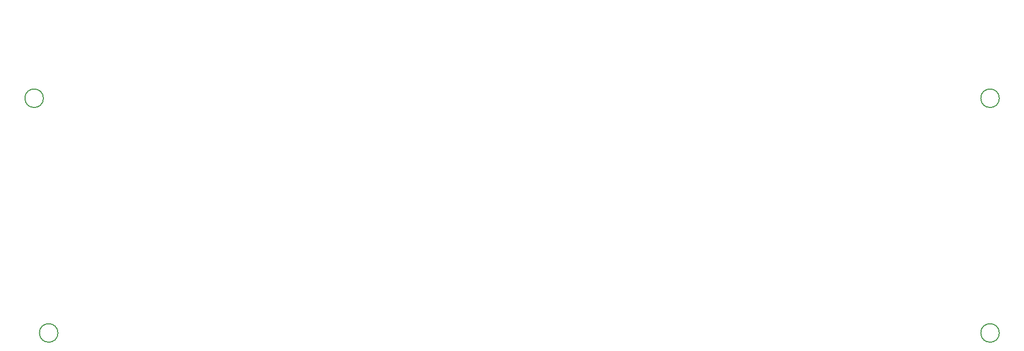
<source format=gbr>
%TF.GenerationSoftware,KiCad,Pcbnew,(6.0.4)*%
%TF.CreationDate,2022-03-28T09:41:55-07:00*%
%TF.ProjectId,Electrolytes,456c6563-7472-46f6-9c79-7465732e6b69,rev?*%
%TF.SameCoordinates,Original*%
%TF.FileFunction,Legend,Top*%
%TF.FilePolarity,Positive*%
%FSLAX46Y46*%
G04 Gerber Fmt 4.6, Leading zero omitted, Abs format (unit mm)*
G04 Created by KiCad (PCBNEW (6.0.4)) date 2022-03-28 09:41:55*
%MOMM*%
%LPD*%
G01*
G04 APERTURE LIST*
%ADD10C,0.150000*%
%ADD11R,1.752600X1.752600*%
%ADD12C,1.752600*%
%ADD13O,1.700000X1.700000*%
%ADD14R,1.700000X1.700000*%
%ADD15C,1.750000*%
%ADD16C,3.987800*%
%ADD17C,2.200000*%
%ADD18C,3.048000*%
%ADD19R,2.000000X2.000000*%
%ADD20C,2.000000*%
G04 APERTURE END LIST*
D10*
X201289750Y-83660750D02*
G75*
G03*
X201289750Y-83660750I-1500000J0D01*
G01*
X48889750Y-83660750D02*
G75*
G03*
X48889750Y-83660750I-1500000J0D01*
G01*
X46533750Y-45560750D02*
G75*
G03*
X46533750Y-45560750I-1500000J0D01*
G01*
X201289750Y-45560750D02*
G75*
G03*
X201289750Y-45560750I-1500000J0D01*
G01*
D11*
%TO.C,U1*%
X49294750Y-31869750D03*
D12*
X49294750Y-34409750D03*
X49294750Y-36949750D03*
X49294750Y-39489750D03*
X49294750Y-42029750D03*
X49294750Y-44569750D03*
X49294750Y-47109750D03*
X49294750Y-49649750D03*
X49294750Y-52189750D03*
X49294750Y-54729750D03*
X49294750Y-57269750D03*
X49294750Y-59809750D03*
X64534750Y-59809750D03*
X64534750Y-57269750D03*
X64534750Y-54729750D03*
X64534750Y-52189750D03*
X64534750Y-49649750D03*
X64534750Y-47109750D03*
X64534750Y-44569750D03*
X64534750Y-42029750D03*
X64534750Y-39489750D03*
X64534750Y-36949750D03*
X64534750Y-34409750D03*
X64534750Y-31869750D03*
%TD*%
%LPC*%
D13*
%TO.C,J3*%
X83949750Y-31869750D03*
D14*
X86489750Y-31869750D03*
%TD*%
D15*
%TO.C,MX3-1_0*%
X51834750Y-93185750D03*
X61994750Y-93185750D03*
D16*
X56914750Y-93185750D03*
%TD*%
%TO.C,MX7-2_5*%
X173596000Y-93185750D03*
D15*
X168516000Y-93185750D03*
X178676000Y-93185750D03*
%TD*%
%TO.C,MX4-3*%
X157244750Y-36035750D03*
D16*
X152164750Y-36035750D03*
D15*
X147084750Y-36035750D03*
%TD*%
%TO.C,MX5-1*%
X195344750Y-55085750D03*
X185184750Y-55085750D03*
D16*
X190264750Y-55085750D03*
%TD*%
D15*
%TO.C,MX3-0_0*%
X32784750Y-93185750D03*
D16*
X37864750Y-93185750D03*
D15*
X42944750Y-93185750D03*
%TD*%
D16*
%TO.C,MX5-0*%
X209314750Y-55085750D03*
D15*
X214394750Y-55085750D03*
X204234750Y-55085750D03*
%TD*%
D17*
%TO.C,H4*%
X199789750Y-83660750D03*
%TD*%
%TO.C,H3*%
X47389750Y-83660750D03*
%TD*%
D15*
%TO.C,MX6-0*%
X204234750Y-74135750D03*
X214394750Y-74135750D03*
D16*
X209314750Y-74135750D03*
%TD*%
%TO.C,MX0-4*%
X114064750Y-36035750D03*
D15*
X119144750Y-36035750D03*
X108984750Y-36035750D03*
%TD*%
D16*
%TO.C,MX1-3*%
X95014750Y-55085750D03*
D15*
X89934750Y-55085750D03*
X100094750Y-55085750D03*
%TD*%
D17*
%TO.C,H1*%
X45033750Y-45560750D03*
%TD*%
%TO.C,H2*%
X199789750Y-45560750D03*
%TD*%
D14*
%TO.C,J2*%
X216737500Y-96885750D03*
D13*
X216737500Y-94345750D03*
X216737500Y-91805750D03*
X216737500Y-89265750D03*
%TD*%
D15*
%TO.C,MX2-4*%
X108984750Y-74135750D03*
X119144750Y-74135750D03*
D16*
X114064750Y-74135750D03*
%TD*%
D15*
%TO.C,MX7-0_0*%
X214394750Y-93185750D03*
X204234750Y-93185750D03*
D16*
X209314750Y-93185750D03*
%TD*%
%TO.C,MX3-4_4*%
X173589650Y-84930750D03*
D15*
X128669750Y-93185750D03*
D16*
X73589850Y-84930750D03*
X123589750Y-93185750D03*
D18*
X173589650Y-100170750D03*
X73589850Y-100170750D03*
D15*
X118509750Y-93185750D03*
%TD*%
%TO.C,MX7-2_0*%
X166134750Y-93185750D03*
D16*
X171214750Y-93185750D03*
D15*
X176294750Y-93185750D03*
%TD*%
%TO.C,MX7-2_6*%
X181057250Y-93185750D03*
X170897250Y-93185750D03*
D16*
X175977250Y-93185750D03*
%TD*%
%TO.C,MX4-4*%
X133114750Y-36035750D03*
D15*
X138194750Y-36035750D03*
X128034750Y-36035750D03*
%TD*%
%TO.C,MX0-1*%
X61994750Y-36035750D03*
X51834750Y-36035750D03*
D16*
X56914750Y-36035750D03*
%TD*%
D15*
%TO.C,MX7-1_6*%
X202488500Y-93185750D03*
D16*
X197408500Y-93185750D03*
D15*
X192328500Y-93185750D03*
%TD*%
D16*
%TO.C,MX7-3_1*%
X171214750Y-84930750D03*
D18*
X171214750Y-100170750D03*
D16*
X152164750Y-93185750D03*
D18*
X133114750Y-100170750D03*
D15*
X147084750Y-93185750D03*
X157244750Y-93185750D03*
D16*
X133114750Y-84930750D03*
%TD*%
%TO.C,MX7-4_0*%
X154546000Y-84930750D03*
X142639750Y-93185750D03*
X130733500Y-84930750D03*
D15*
X147719750Y-93185750D03*
D18*
X130733500Y-100170750D03*
D15*
X137559750Y-93185750D03*
D18*
X154546000Y-100170750D03*
%TD*%
D16*
%TO.C,MX1-2*%
X75964750Y-55085750D03*
D15*
X70884750Y-55085750D03*
X81044750Y-55085750D03*
%TD*%
%TO.C,MX1-4*%
X119144750Y-55085750D03*
D16*
X114064750Y-55085750D03*
D15*
X108984750Y-55085750D03*
%TD*%
%TO.C,MX3-0_4*%
X35166000Y-93185750D03*
X45326000Y-93185750D03*
D16*
X40246000Y-93185750D03*
%TD*%
D15*
%TO.C,MX3-1_6*%
X54851000Y-93185750D03*
X44691000Y-93185750D03*
D16*
X49771000Y-93185750D03*
%TD*%
D15*
%TO.C,MX2-3*%
X89934750Y-74135750D03*
D16*
X95014750Y-74135750D03*
D15*
X100094750Y-74135750D03*
%TD*%
D16*
%TO.C,MX2-1*%
X56914750Y-74135750D03*
D15*
X61994750Y-74135750D03*
X51834750Y-74135750D03*
%TD*%
D16*
%TO.C,MX7-0_4*%
X206933500Y-93185750D03*
D15*
X212013500Y-93185750D03*
X201853500Y-93185750D03*
%TD*%
%TO.C,MX1-0*%
X32784750Y-55085750D03*
D16*
X37864750Y-55085750D03*
D15*
X42944750Y-55085750D03*
%TD*%
D11*
%TO.C,U1*%
X49294750Y-31869750D03*
D12*
X49294750Y-34409750D03*
X49294750Y-36949750D03*
X49294750Y-39489750D03*
X49294750Y-42029750D03*
X49294750Y-44569750D03*
X49294750Y-47109750D03*
X49294750Y-49649750D03*
X49294750Y-52189750D03*
X49294750Y-54729750D03*
X49294750Y-57269750D03*
X49294750Y-59809750D03*
X64534750Y-59809750D03*
X64534750Y-57269750D03*
X64534750Y-54729750D03*
X64534750Y-52189750D03*
X64534750Y-49649750D03*
X64534750Y-47109750D03*
X64534750Y-44569750D03*
X64534750Y-42029750D03*
X64534750Y-39489750D03*
X64534750Y-36949750D03*
X64534750Y-34409750D03*
X64534750Y-31869750D03*
%TD*%
D15*
%TO.C,MX5-3*%
X147084750Y-55085750D03*
X157244750Y-55085750D03*
D16*
X152164750Y-55085750D03*
%TD*%
%TO.C,MX7-1_0*%
X190264750Y-93185750D03*
D15*
X185184750Y-93185750D03*
X195344750Y-93185750D03*
%TD*%
%TO.C,MX4-1*%
X195344750Y-36035750D03*
D16*
X190264750Y-36035750D03*
D15*
X185184750Y-36035750D03*
%TD*%
D16*
%TO.C,MX7-0_3*%
X204552250Y-93185750D03*
D15*
X199472250Y-93185750D03*
X209632250Y-93185750D03*
%TD*%
D14*
%TO.C,J1*%
X216483500Y-62085750D03*
D13*
X216483500Y-64625750D03*
X216483500Y-67165750D03*
%TD*%
D15*
%TO.C,MX7-4_5*%
X139941000Y-93185750D03*
D18*
X133114750Y-100170750D03*
X156927250Y-100170750D03*
D15*
X150101000Y-93185750D03*
D16*
X156927250Y-84930750D03*
X133114750Y-84930750D03*
X145021000Y-93185750D03*
%TD*%
D15*
%TO.C,MX2-2*%
X70884750Y-74135750D03*
X81044750Y-74135750D03*
D16*
X75964750Y-74135750D03*
%TD*%
%TO.C,MX4-0*%
X209314750Y-36035750D03*
D15*
X204234750Y-36035750D03*
X214394750Y-36035750D03*
%TD*%
%TO.C,MX2-0*%
X42944750Y-74135750D03*
X32784750Y-74135750D03*
D16*
X37864750Y-74135750D03*
%TD*%
D15*
%TO.C,MX3-3_1*%
X100094750Y-93185750D03*
D16*
X95014750Y-93185750D03*
X75964750Y-84930750D03*
X114064750Y-84930750D03*
D18*
X114064750Y-100170750D03*
D15*
X89934750Y-93185750D03*
D18*
X75964750Y-100170750D03*
%TD*%
D15*
%TO.C,MX5-4*%
X138194750Y-55085750D03*
X128034750Y-55085750D03*
D16*
X133114750Y-55085750D03*
%TD*%
D15*
%TO.C,MX3-2_0*%
X81044750Y-93185750D03*
X70884750Y-93185750D03*
D16*
X75964750Y-93185750D03*
%TD*%
D15*
%TO.C,MX0-2*%
X81044750Y-36035750D03*
D16*
X75964750Y-36035750D03*
D15*
X70884750Y-36035750D03*
%TD*%
D14*
%TO.C,R1*%
X70925000Y-45560750D03*
D13*
X68385000Y-45560750D03*
%TD*%
D15*
%TO.C,MX3-2_6*%
X76282250Y-93185750D03*
D16*
X71202250Y-93185750D03*
D15*
X66122250Y-93185750D03*
%TD*%
D16*
%TO.C,MX1-1*%
X56914750Y-55085750D03*
D15*
X61994750Y-55085750D03*
X51834750Y-55085750D03*
%TD*%
D16*
%TO.C,MX7-4_8*%
X133114750Y-93185750D03*
D15*
X138194750Y-93185750D03*
X128034750Y-93185750D03*
%TD*%
%TO.C,MX3-4_2*%
X118509750Y-93185750D03*
D16*
X171214750Y-84930750D03*
D18*
X171214750Y-100170750D03*
D16*
X75964750Y-84930750D03*
D18*
X75964750Y-100170750D03*
D15*
X128669750Y-93185750D03*
D16*
X123589750Y-93185750D03*
%TD*%
D15*
%TO.C,MX5-2*%
X176294750Y-55085750D03*
D16*
X171214750Y-55085750D03*
D15*
X166134750Y-55085750D03*
%TD*%
%TO.C,MX6-3*%
X147084750Y-74135750D03*
D16*
X152164750Y-74135750D03*
D15*
X157244750Y-74135750D03*
%TD*%
%TO.C,MX3-2_5*%
X68503500Y-93185750D03*
D16*
X73583500Y-93185750D03*
D15*
X78663500Y-93185750D03*
%TD*%
%TO.C,MX3-4_8*%
X108984750Y-93185750D03*
X119144750Y-93185750D03*
D16*
X114064750Y-93185750D03*
%TD*%
%TO.C,MX3-3_5*%
X104539750Y-93185750D03*
D15*
X99459750Y-93185750D03*
D16*
X116446000Y-84930750D03*
D18*
X116446000Y-100170750D03*
X92633500Y-100170750D03*
D15*
X109619750Y-93185750D03*
D16*
X92633500Y-84930750D03*
%TD*%
D15*
%TO.C,MX0-0*%
X42944750Y-36035750D03*
X32784750Y-36035750D03*
D16*
X37864750Y-36035750D03*
%TD*%
D15*
%TO.C,MX4-2*%
X176294750Y-36035750D03*
D16*
X171214750Y-36035750D03*
D15*
X166134750Y-36035750D03*
%TD*%
D18*
%TO.C,MX3-4_3*%
X66439750Y-100170750D03*
D16*
X180739750Y-84930750D03*
X123589750Y-93185750D03*
D15*
X128669750Y-93185750D03*
D16*
X66439750Y-84930750D03*
D15*
X118509750Y-93185750D03*
D18*
X180739750Y-100170750D03*
%TD*%
D15*
%TO.C,MX3-1_5*%
X57232250Y-93185750D03*
D16*
X52152250Y-93185750D03*
D15*
X47072250Y-93185750D03*
%TD*%
D18*
%TO.C,MX3-4_7*%
X111683500Y-100170750D03*
D16*
X111683500Y-84930750D03*
D15*
X128669750Y-93185750D03*
D16*
X135496000Y-84930750D03*
X123589750Y-93185750D03*
D18*
X135496000Y-100170750D03*
D15*
X118509750Y-93185750D03*
%TD*%
D18*
%TO.C,MX3-3_0*%
X92633500Y-100170750D03*
D16*
X92633500Y-84930750D03*
D18*
X116446000Y-100170750D03*
D16*
X104539750Y-93185750D03*
X116446000Y-84930750D03*
D15*
X109619750Y-93185750D03*
X99459750Y-93185750D03*
%TD*%
%TO.C,MX6-1*%
X185184750Y-74135750D03*
D16*
X190264750Y-74135750D03*
D15*
X195344750Y-74135750D03*
%TD*%
%TO.C,MX6-4*%
X128034750Y-74135750D03*
D16*
X133114750Y-74135750D03*
D15*
X138194750Y-74135750D03*
%TD*%
D19*
%TO.C,SW1*%
X35364750Y-100435750D03*
D20*
X40364750Y-100435750D03*
X37864750Y-100435750D03*
X40364750Y-85935750D03*
X35364750Y-85935750D03*
%TD*%
D15*
%TO.C,MX6-2*%
X176294750Y-74135750D03*
D16*
X171214750Y-74135750D03*
D15*
X166134750Y-74135750D03*
%TD*%
%TO.C,MX0-3*%
X89934750Y-36035750D03*
D16*
X95014750Y-36035750D03*
D15*
X100094750Y-36035750D03*
%TD*%
%TO.C,MX7-1_5*%
X189947250Y-93185750D03*
X200107250Y-93185750D03*
D16*
X195027250Y-93185750D03*
%TD*%
%TO.C,MX3-0_3*%
X42627250Y-93185750D03*
D15*
X47707250Y-93185750D03*
X37547250Y-93185750D03*
%TD*%
M02*

</source>
